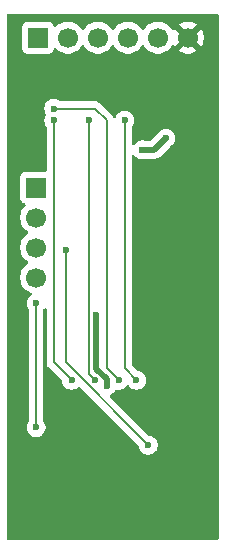
<source format=gbl>
%TF.GenerationSoftware,KiCad,Pcbnew,9.0.6*%
%TF.CreationDate,2025-11-09T12:48:56-08:00*%
%TF.ProjectId,storage_block,73746f72-6167-4655-9f62-6c6f636b2e6b,rev?*%
%TF.SameCoordinates,Original*%
%TF.FileFunction,Copper,L2,Bot*%
%TF.FilePolarity,Positive*%
%FSLAX46Y46*%
G04 Gerber Fmt 4.6, Leading zero omitted, Abs format (unit mm)*
G04 Created by KiCad (PCBNEW 9.0.6) date 2025-11-09 12:48:56*
%MOMM*%
%LPD*%
G01*
G04 APERTURE LIST*
%TA.AperFunction,ComponentPad*%
%ADD10R,1.700000X1.700000*%
%TD*%
%TA.AperFunction,ComponentPad*%
%ADD11C,1.700000*%
%TD*%
%TA.AperFunction,ViaPad*%
%ADD12C,0.600000*%
%TD*%
%TA.AperFunction,Conductor*%
%ADD13C,0.500000*%
%TD*%
%TA.AperFunction,Conductor*%
%ADD14C,0.200000*%
%TD*%
G04 APERTURE END LIST*
D10*
%TO.P,J3,1,Pin_1*%
%TO.N,/V3.3*%
X135000000Y-91690000D03*
D11*
%TO.P,J3,2,Pin_2*%
%TO.N,/DAT1*%
X135000000Y-94230000D03*
%TO.P,J3,3,Pin_3*%
%TO.N,/DAT2*%
X135000000Y-96770000D03*
%TO.P,J3,4,Pin_4*%
%TO.N,/COM*%
X135000000Y-99310000D03*
%TD*%
D10*
%TO.P,J2,1,Pin_1*%
%TO.N,/MOSI*%
X135150000Y-79000000D03*
D11*
%TO.P,J2,2,Pin_2*%
%TO.N,/MISO*%
X137690000Y-79000000D03*
%TO.P,J2,3,Pin_3*%
%TO.N,/SCK*%
X140230000Y-79000000D03*
%TO.P,J2,4,Pin_4*%
%TO.N,/CS*%
X142770000Y-79000000D03*
%TO.P,J2,5,Pin_5*%
%TO.N,/VCC*%
X145310000Y-79000000D03*
%TO.P,J2,6,Pin_6*%
%TO.N,GND*%
X147850000Y-79000000D03*
%TD*%
D12*
%TO.N,/V3.3*%
X141000000Y-108500000D03*
X140100000Y-102500000D03*
%TO.N,/COM*%
X135000000Y-101500000D03*
X135000000Y-112000000D03*
%TO.N,/DAT2*%
X137500000Y-97000000D03*
X144500000Y-113500000D03*
%TO.N,GND*%
X147000000Y-107500000D03*
X136500000Y-116500000D03*
X145000000Y-107500000D03*
X149500000Y-98000000D03*
X147500000Y-88500000D03*
X134000000Y-103000000D03*
X149500000Y-88000000D03*
X147000000Y-118000000D03*
X133500000Y-107000000D03*
X139000000Y-120000000D03*
%TO.N,/VCC*%
X146000000Y-87500000D03*
X144000000Y-88500000D03*
%TO.N,/MISO*%
X138000000Y-108000000D03*
X136500000Y-86000000D03*
%TO.N,/CS*%
X143500000Y-108000000D03*
X142500000Y-86000000D03*
%TO.N,/MOSI*%
X142000000Y-108000000D03*
X136500000Y-85000000D03*
%TO.N,/SCK*%
X139500000Y-86000000D03*
X140000000Y-108000000D03*
%TD*%
D13*
%TO.N,/V3.3*%
X141000000Y-107937925D02*
X141000000Y-108500000D01*
X140100000Y-102500000D02*
X140100000Y-107037925D01*
X140100000Y-107037925D02*
X141000000Y-107937925D01*
D14*
%TO.N,/COM*%
X135000000Y-101500000D02*
X135000000Y-112000000D01*
%TO.N,/DAT2*%
X137500000Y-97000000D02*
X137500000Y-106500000D01*
X137500000Y-106500000D02*
X144500000Y-113500000D01*
D13*
%TO.N,/VCC*%
X145000000Y-88500000D02*
X144000000Y-88500000D01*
X146000000Y-87500000D02*
X145000000Y-88500000D01*
D14*
%TO.N,/MISO*%
X136500000Y-86000000D02*
X136500000Y-106500000D01*
X136500000Y-106500000D02*
X138000000Y-108000000D01*
%TO.N,/CS*%
X142500000Y-107000000D02*
X143500000Y-108000000D01*
X142500000Y-86000000D02*
X142500000Y-107000000D01*
%TO.N,/MOSI*%
X141000000Y-107000000D02*
X142000000Y-108000000D01*
X141000000Y-86000000D02*
X141000000Y-107000000D01*
X136500000Y-85000000D02*
X140000000Y-85000000D01*
X140000000Y-85000000D02*
X141000000Y-86000000D01*
%TO.N,/SCK*%
X139500000Y-86000000D02*
X139500000Y-107500000D01*
X139500000Y-107500000D02*
X140000000Y-108000000D01*
%TD*%
%TA.AperFunction,Conductor*%
%TO.N,GND*%
G36*
X150442539Y-77020185D02*
G01*
X150488294Y-77072989D01*
X150499500Y-77124500D01*
X150499500Y-121375500D01*
X150479815Y-121442539D01*
X150427011Y-121488294D01*
X150375500Y-121499500D01*
X132624500Y-121499500D01*
X132557461Y-121479815D01*
X132511706Y-121427011D01*
X132500500Y-121375500D01*
X132500500Y-90792135D01*
X133649500Y-90792135D01*
X133649500Y-92587870D01*
X133649501Y-92587876D01*
X133655908Y-92647483D01*
X133706202Y-92782328D01*
X133706206Y-92782335D01*
X133792452Y-92897544D01*
X133792455Y-92897547D01*
X133907664Y-92983793D01*
X133907671Y-92983797D01*
X134039082Y-93032810D01*
X134095016Y-93074681D01*
X134119433Y-93140145D01*
X134104582Y-93208418D01*
X134083431Y-93236673D01*
X133969889Y-93350215D01*
X133844951Y-93522179D01*
X133748444Y-93711585D01*
X133682753Y-93913760D01*
X133649500Y-94123713D01*
X133649500Y-94336286D01*
X133682753Y-94546239D01*
X133748444Y-94748414D01*
X133844951Y-94937820D01*
X133969890Y-95109786D01*
X134120213Y-95260109D01*
X134292182Y-95385050D01*
X134300946Y-95389516D01*
X134351742Y-95437491D01*
X134368536Y-95505312D01*
X134345998Y-95571447D01*
X134300946Y-95610484D01*
X134292182Y-95614949D01*
X134120213Y-95739890D01*
X133969890Y-95890213D01*
X133844951Y-96062179D01*
X133748444Y-96251585D01*
X133682753Y-96453760D01*
X133649500Y-96663713D01*
X133649500Y-96876286D01*
X133681581Y-97078842D01*
X133682754Y-97086243D01*
X133730601Y-97233501D01*
X133748444Y-97288414D01*
X133844951Y-97477820D01*
X133969890Y-97649786D01*
X134120213Y-97800109D01*
X134292182Y-97925050D01*
X134300946Y-97929516D01*
X134351742Y-97977491D01*
X134368536Y-98045312D01*
X134345998Y-98111447D01*
X134300946Y-98150484D01*
X134292182Y-98154949D01*
X134120213Y-98279890D01*
X133969890Y-98430213D01*
X133844951Y-98602179D01*
X133748444Y-98791585D01*
X133682753Y-98993760D01*
X133649500Y-99203713D01*
X133649500Y-99416286D01*
X133682753Y-99626239D01*
X133748444Y-99828414D01*
X133844951Y-100017820D01*
X133969890Y-100189786D01*
X134120213Y-100340109D01*
X134292179Y-100465048D01*
X134292181Y-100465049D01*
X134292184Y-100465051D01*
X134481588Y-100561557D01*
X134562769Y-100587934D01*
X134620443Y-100627370D01*
X134647642Y-100691728D01*
X134635728Y-100760575D01*
X134593342Y-100808966D01*
X134489707Y-100878213D01*
X134378213Y-100989707D01*
X134378210Y-100989711D01*
X134290609Y-101120814D01*
X134290602Y-101120827D01*
X134230264Y-101266498D01*
X134230261Y-101266510D01*
X134199500Y-101421153D01*
X134199500Y-101578846D01*
X134230261Y-101733489D01*
X134230264Y-101733501D01*
X134290602Y-101879172D01*
X134290609Y-101879185D01*
X134378602Y-102010874D01*
X134399480Y-102077551D01*
X134399500Y-102079765D01*
X134399500Y-111420234D01*
X134379815Y-111487273D01*
X134378602Y-111489125D01*
X134290609Y-111620814D01*
X134290602Y-111620827D01*
X134230264Y-111766498D01*
X134230261Y-111766510D01*
X134199500Y-111921153D01*
X134199500Y-112078846D01*
X134230261Y-112233489D01*
X134230264Y-112233501D01*
X134290602Y-112379172D01*
X134290609Y-112379185D01*
X134378210Y-112510288D01*
X134378213Y-112510292D01*
X134489707Y-112621786D01*
X134489711Y-112621789D01*
X134620814Y-112709390D01*
X134620827Y-112709397D01*
X134766498Y-112769735D01*
X134766503Y-112769737D01*
X134921153Y-112800499D01*
X134921156Y-112800500D01*
X134921158Y-112800500D01*
X135078844Y-112800500D01*
X135078845Y-112800499D01*
X135233497Y-112769737D01*
X135379179Y-112709394D01*
X135510289Y-112621789D01*
X135621789Y-112510289D01*
X135709394Y-112379179D01*
X135769737Y-112233497D01*
X135800500Y-112078842D01*
X135800500Y-111921158D01*
X135800500Y-111921155D01*
X135800499Y-111921153D01*
X135769738Y-111766510D01*
X135769737Y-111766503D01*
X135769735Y-111766498D01*
X135709397Y-111620827D01*
X135709390Y-111620814D01*
X135621398Y-111489125D01*
X135600520Y-111422447D01*
X135600500Y-111420234D01*
X135600500Y-102079765D01*
X135605828Y-102061619D01*
X135606166Y-102042711D01*
X135619665Y-102014495D01*
X135620185Y-102012726D01*
X135621398Y-102010874D01*
X135672398Y-101934548D01*
X135726011Y-101889743D01*
X135795336Y-101881036D01*
X135858363Y-101911191D01*
X135895082Y-101970634D01*
X135899500Y-102003439D01*
X135899500Y-106413330D01*
X135899499Y-106413348D01*
X135899499Y-106579054D01*
X135899498Y-106579054D01*
X135940424Y-106731789D01*
X135940425Y-106731790D01*
X135961455Y-106768214D01*
X135961456Y-106768216D01*
X136019475Y-106868709D01*
X136019481Y-106868717D01*
X136138349Y-106987585D01*
X136138355Y-106987590D01*
X137165425Y-108014660D01*
X137198910Y-108075983D01*
X137199361Y-108078149D01*
X137230261Y-108233491D01*
X137230264Y-108233501D01*
X137290602Y-108379172D01*
X137290609Y-108379185D01*
X137378210Y-108510288D01*
X137378213Y-108510292D01*
X137489707Y-108621786D01*
X137489711Y-108621789D01*
X137620814Y-108709390D01*
X137620827Y-108709397D01*
X137756450Y-108765573D01*
X137766503Y-108769737D01*
X137921153Y-108800499D01*
X137921156Y-108800500D01*
X137921158Y-108800500D01*
X138078844Y-108800500D01*
X138078845Y-108800499D01*
X138233497Y-108769737D01*
X138379179Y-108709394D01*
X138510289Y-108621789D01*
X138553740Y-108578337D01*
X138615060Y-108544852D01*
X138684752Y-108549835D01*
X138729102Y-108578337D01*
X143665425Y-113514660D01*
X143698910Y-113575983D01*
X143699361Y-113578149D01*
X143730261Y-113733491D01*
X143730264Y-113733501D01*
X143790602Y-113879172D01*
X143790609Y-113879185D01*
X143878210Y-114010288D01*
X143878213Y-114010292D01*
X143989707Y-114121786D01*
X143989711Y-114121789D01*
X144120814Y-114209390D01*
X144120827Y-114209397D01*
X144266498Y-114269735D01*
X144266503Y-114269737D01*
X144421153Y-114300499D01*
X144421156Y-114300500D01*
X144421158Y-114300500D01*
X144578844Y-114300500D01*
X144578845Y-114300499D01*
X144733497Y-114269737D01*
X144879179Y-114209394D01*
X145010289Y-114121789D01*
X145121789Y-114010289D01*
X145209394Y-113879179D01*
X145269737Y-113733497D01*
X145300500Y-113578842D01*
X145300500Y-113421158D01*
X145300500Y-113421155D01*
X145300499Y-113421153D01*
X145269738Y-113266510D01*
X145269737Y-113266503D01*
X145269735Y-113266498D01*
X145209397Y-113120827D01*
X145209390Y-113120814D01*
X145121789Y-112989711D01*
X145121786Y-112989707D01*
X145010292Y-112878213D01*
X145010288Y-112878210D01*
X144879185Y-112790609D01*
X144879172Y-112790602D01*
X144733501Y-112730264D01*
X144733491Y-112730261D01*
X144578149Y-112699361D01*
X144516238Y-112666976D01*
X144514660Y-112665425D01*
X141283740Y-109434505D01*
X141250255Y-109373182D01*
X141255239Y-109303490D01*
X141297111Y-109247557D01*
X141323969Y-109232263D01*
X141379172Y-109209397D01*
X141379172Y-109209396D01*
X141379179Y-109209394D01*
X141510289Y-109121789D01*
X141621789Y-109010289D01*
X141709394Y-108879179D01*
X141716677Y-108861593D01*
X141760514Y-108807190D01*
X141826807Y-108785122D01*
X141855431Y-108787426D01*
X141921155Y-108800500D01*
X141921158Y-108800500D01*
X142078844Y-108800500D01*
X142078845Y-108800499D01*
X142233497Y-108769737D01*
X142379179Y-108709394D01*
X142510289Y-108621789D01*
X142621789Y-108510289D01*
X142637517Y-108486751D01*
X142646898Y-108472712D01*
X142700510Y-108427906D01*
X142769835Y-108419199D01*
X142832862Y-108449353D01*
X142853102Y-108472712D01*
X142878207Y-108510284D01*
X142878213Y-108510292D01*
X142989707Y-108621786D01*
X142989711Y-108621789D01*
X143120814Y-108709390D01*
X143120827Y-108709397D01*
X143256450Y-108765573D01*
X143266503Y-108769737D01*
X143421153Y-108800499D01*
X143421156Y-108800500D01*
X143421158Y-108800500D01*
X143578844Y-108800500D01*
X143578845Y-108800499D01*
X143733497Y-108769737D01*
X143879179Y-108709394D01*
X144010289Y-108621789D01*
X144121789Y-108510289D01*
X144209394Y-108379179D01*
X144269737Y-108233497D01*
X144300500Y-108078842D01*
X144300500Y-107921158D01*
X144300500Y-107921155D01*
X144300499Y-107921153D01*
X144269738Y-107766510D01*
X144269737Y-107766503D01*
X144269735Y-107766498D01*
X144209397Y-107620827D01*
X144209390Y-107620814D01*
X144121789Y-107489711D01*
X144121786Y-107489707D01*
X144010292Y-107378213D01*
X144010288Y-107378210D01*
X143879185Y-107290609D01*
X143879172Y-107290602D01*
X143733501Y-107230264D01*
X143733491Y-107230261D01*
X143578151Y-107199362D01*
X143516241Y-107166977D01*
X143514662Y-107165426D01*
X143136819Y-106787583D01*
X143103334Y-106726260D01*
X143100500Y-106699902D01*
X143100500Y-89003439D01*
X143120185Y-88936400D01*
X143172989Y-88890645D01*
X143242147Y-88880701D01*
X143305703Y-88909726D01*
X143327602Y-88934548D01*
X143378210Y-89010288D01*
X143378213Y-89010292D01*
X143489707Y-89121786D01*
X143489711Y-89121789D01*
X143620814Y-89209390D01*
X143620827Y-89209397D01*
X143720060Y-89250500D01*
X143766503Y-89269737D01*
X143921153Y-89300499D01*
X143921156Y-89300500D01*
X143921158Y-89300500D01*
X144078844Y-89300500D01*
X144078845Y-89300499D01*
X144155152Y-89285320D01*
X144233488Y-89269739D01*
X144233489Y-89269738D01*
X144233497Y-89269737D01*
X144257155Y-89259937D01*
X144304604Y-89250500D01*
X145073920Y-89250500D01*
X145171462Y-89231096D01*
X145218913Y-89221658D01*
X145355495Y-89165084D01*
X145420291Y-89121789D01*
X145420294Y-89121786D01*
X145420296Y-89121786D01*
X145449547Y-89102240D01*
X145478416Y-89082952D01*
X146315297Y-88246069D01*
X146355522Y-88219192D01*
X146379179Y-88209394D01*
X146510289Y-88121789D01*
X146621789Y-88010289D01*
X146709394Y-87879179D01*
X146769737Y-87733497D01*
X146800500Y-87578842D01*
X146800500Y-87421158D01*
X146800500Y-87421155D01*
X146800499Y-87421153D01*
X146769738Y-87266510D01*
X146769737Y-87266503D01*
X146719194Y-87144480D01*
X146709397Y-87120827D01*
X146709390Y-87120814D01*
X146621789Y-86989711D01*
X146621786Y-86989707D01*
X146510292Y-86878213D01*
X146510288Y-86878210D01*
X146379185Y-86790609D01*
X146379172Y-86790602D01*
X146233501Y-86730264D01*
X146233489Y-86730261D01*
X146078845Y-86699500D01*
X146078842Y-86699500D01*
X145921158Y-86699500D01*
X145921155Y-86699500D01*
X145766510Y-86730261D01*
X145766498Y-86730264D01*
X145620827Y-86790602D01*
X145620814Y-86790609D01*
X145489711Y-86878210D01*
X145489707Y-86878213D01*
X145378213Y-86989707D01*
X145378207Y-86989715D01*
X145290607Y-87120818D01*
X145290606Y-87120819D01*
X145280805Y-87144480D01*
X145253927Y-87184703D01*
X144725451Y-87713181D01*
X144664128Y-87746666D01*
X144637770Y-87749500D01*
X144304604Y-87749500D01*
X144257155Y-87740062D01*
X144233497Y-87730263D01*
X144233493Y-87730262D01*
X144233488Y-87730260D01*
X144078845Y-87699500D01*
X144078842Y-87699500D01*
X143921158Y-87699500D01*
X143921155Y-87699500D01*
X143766510Y-87730261D01*
X143766498Y-87730264D01*
X143620827Y-87790602D01*
X143620814Y-87790609D01*
X143489711Y-87878210D01*
X143489707Y-87878213D01*
X143378213Y-87989707D01*
X143378210Y-87989711D01*
X143327602Y-88065451D01*
X143273989Y-88110256D01*
X143204664Y-88118963D01*
X143141637Y-88088808D01*
X143104918Y-88029365D01*
X143100500Y-87996560D01*
X143100500Y-86579765D01*
X143120185Y-86512726D01*
X143121398Y-86510874D01*
X143148075Y-86470950D01*
X143209394Y-86379179D01*
X143269737Y-86233497D01*
X143300500Y-86078842D01*
X143300500Y-85921158D01*
X143300500Y-85921155D01*
X143300499Y-85921153D01*
X143273177Y-85783799D01*
X143269737Y-85766503D01*
X143266978Y-85759841D01*
X143209397Y-85620827D01*
X143209390Y-85620814D01*
X143121789Y-85489711D01*
X143121786Y-85489707D01*
X143010292Y-85378213D01*
X143010288Y-85378210D01*
X142879185Y-85290609D01*
X142879172Y-85290602D01*
X142733501Y-85230264D01*
X142733489Y-85230261D01*
X142578845Y-85199500D01*
X142578842Y-85199500D01*
X142421158Y-85199500D01*
X142421155Y-85199500D01*
X142266510Y-85230261D01*
X142266498Y-85230264D01*
X142120827Y-85290602D01*
X142120814Y-85290609D01*
X141989711Y-85378210D01*
X141989707Y-85378213D01*
X141878213Y-85489707D01*
X141878210Y-85489711D01*
X141790609Y-85620814D01*
X141790604Y-85620824D01*
X141754772Y-85707331D01*
X141710931Y-85761734D01*
X141644637Y-85783799D01*
X141576937Y-85766520D01*
X141532823Y-85721877D01*
X141524425Y-85707331D01*
X141480520Y-85631284D01*
X140487589Y-84638354D01*
X140487588Y-84638352D01*
X140368717Y-84519481D01*
X140368716Y-84519480D01*
X140281904Y-84469360D01*
X140281904Y-84469359D01*
X140281900Y-84469358D01*
X140231785Y-84440423D01*
X140079057Y-84399499D01*
X139920943Y-84399499D01*
X139913347Y-84399499D01*
X139913331Y-84399500D01*
X137079766Y-84399500D01*
X137012727Y-84379815D01*
X137010875Y-84378602D01*
X136879185Y-84290609D01*
X136879172Y-84290602D01*
X136733501Y-84230264D01*
X136733489Y-84230261D01*
X136578845Y-84199500D01*
X136578842Y-84199500D01*
X136421158Y-84199500D01*
X136421155Y-84199500D01*
X136266510Y-84230261D01*
X136266498Y-84230264D01*
X136120827Y-84290602D01*
X136120814Y-84290609D01*
X135989711Y-84378210D01*
X135989707Y-84378213D01*
X135878213Y-84489707D01*
X135878210Y-84489711D01*
X135790609Y-84620814D01*
X135790602Y-84620827D01*
X135730264Y-84766498D01*
X135730261Y-84766510D01*
X135699500Y-84921153D01*
X135699500Y-85078846D01*
X135730261Y-85233489D01*
X135730264Y-85233501D01*
X135790602Y-85379172D01*
X135790609Y-85379185D01*
X135825304Y-85431109D01*
X135846182Y-85497786D01*
X135827698Y-85565167D01*
X135825304Y-85568891D01*
X135790609Y-85620814D01*
X135790602Y-85620827D01*
X135730264Y-85766498D01*
X135730261Y-85766510D01*
X135699500Y-85921153D01*
X135699500Y-86078846D01*
X135730261Y-86233489D01*
X135730264Y-86233501D01*
X135790602Y-86379172D01*
X135790609Y-86379185D01*
X135878602Y-86510874D01*
X135899480Y-86577551D01*
X135899500Y-86579765D01*
X135899500Y-90215500D01*
X135879815Y-90282539D01*
X135827011Y-90328294D01*
X135775500Y-90339500D01*
X134102129Y-90339500D01*
X134102123Y-90339501D01*
X134042516Y-90345908D01*
X133907671Y-90396202D01*
X133907664Y-90396206D01*
X133792455Y-90482452D01*
X133792452Y-90482455D01*
X133706206Y-90597664D01*
X133706202Y-90597671D01*
X133655908Y-90732517D01*
X133649501Y-90792116D01*
X133649500Y-90792135D01*
X132500500Y-90792135D01*
X132500500Y-78102135D01*
X133799500Y-78102135D01*
X133799500Y-79897870D01*
X133799501Y-79897876D01*
X133805908Y-79957483D01*
X133856202Y-80092328D01*
X133856206Y-80092335D01*
X133942452Y-80207544D01*
X133942455Y-80207547D01*
X134057664Y-80293793D01*
X134057671Y-80293797D01*
X134192517Y-80344091D01*
X134192516Y-80344091D01*
X134199444Y-80344835D01*
X134252127Y-80350500D01*
X136047872Y-80350499D01*
X136107483Y-80344091D01*
X136242331Y-80293796D01*
X136357546Y-80207546D01*
X136443796Y-80092331D01*
X136492810Y-79960916D01*
X136534681Y-79904984D01*
X136600145Y-79880566D01*
X136668418Y-79895417D01*
X136696673Y-79916569D01*
X136810213Y-80030109D01*
X136982179Y-80155048D01*
X136982181Y-80155049D01*
X136982184Y-80155051D01*
X137171588Y-80251557D01*
X137373757Y-80317246D01*
X137583713Y-80350500D01*
X137583714Y-80350500D01*
X137796286Y-80350500D01*
X137796287Y-80350500D01*
X138006243Y-80317246D01*
X138208412Y-80251557D01*
X138397816Y-80155051D01*
X138484138Y-80092335D01*
X138569786Y-80030109D01*
X138569788Y-80030106D01*
X138569792Y-80030104D01*
X138720104Y-79879792D01*
X138720106Y-79879788D01*
X138720109Y-79879786D01*
X138845048Y-79707820D01*
X138845047Y-79707820D01*
X138845051Y-79707816D01*
X138849514Y-79699054D01*
X138897488Y-79648259D01*
X138965308Y-79631463D01*
X139031444Y-79653999D01*
X139070486Y-79699056D01*
X139074951Y-79707820D01*
X139199890Y-79879786D01*
X139350213Y-80030109D01*
X139522179Y-80155048D01*
X139522181Y-80155049D01*
X139522184Y-80155051D01*
X139711588Y-80251557D01*
X139913757Y-80317246D01*
X140123713Y-80350500D01*
X140123714Y-80350500D01*
X140336286Y-80350500D01*
X140336287Y-80350500D01*
X140546243Y-80317246D01*
X140748412Y-80251557D01*
X140937816Y-80155051D01*
X141024138Y-80092335D01*
X141109786Y-80030109D01*
X141109788Y-80030106D01*
X141109792Y-80030104D01*
X141260104Y-79879792D01*
X141260106Y-79879788D01*
X141260109Y-79879786D01*
X141385048Y-79707820D01*
X141385047Y-79707820D01*
X141385051Y-79707816D01*
X141389514Y-79699054D01*
X141437488Y-79648259D01*
X141505308Y-79631463D01*
X141571444Y-79653999D01*
X141610486Y-79699056D01*
X141614951Y-79707820D01*
X141739890Y-79879786D01*
X141890213Y-80030109D01*
X142062179Y-80155048D01*
X142062181Y-80155049D01*
X142062184Y-80155051D01*
X142251588Y-80251557D01*
X142453757Y-80317246D01*
X142663713Y-80350500D01*
X142663714Y-80350500D01*
X142876286Y-80350500D01*
X142876287Y-80350500D01*
X143086243Y-80317246D01*
X143288412Y-80251557D01*
X143477816Y-80155051D01*
X143564138Y-80092335D01*
X143649786Y-80030109D01*
X143649788Y-80030106D01*
X143649792Y-80030104D01*
X143800104Y-79879792D01*
X143800106Y-79879788D01*
X143800109Y-79879786D01*
X143925048Y-79707820D01*
X143925047Y-79707820D01*
X143925051Y-79707816D01*
X143929514Y-79699054D01*
X143977488Y-79648259D01*
X144045308Y-79631463D01*
X144111444Y-79653999D01*
X144150486Y-79699056D01*
X144154951Y-79707820D01*
X144279890Y-79879786D01*
X144430213Y-80030109D01*
X144602179Y-80155048D01*
X144602181Y-80155049D01*
X144602184Y-80155051D01*
X144791588Y-80251557D01*
X144993757Y-80317246D01*
X145203713Y-80350500D01*
X145203714Y-80350500D01*
X145416286Y-80350500D01*
X145416287Y-80350500D01*
X145626243Y-80317246D01*
X145828412Y-80251557D01*
X146017816Y-80155051D01*
X146104138Y-80092335D01*
X146189786Y-80030109D01*
X146189788Y-80030106D01*
X146189792Y-80030104D01*
X146340104Y-79879792D01*
X146340106Y-79879788D01*
X146340109Y-79879786D01*
X146425890Y-79761717D01*
X146465051Y-79707816D01*
X146469793Y-79698508D01*
X146517763Y-79647711D01*
X146585583Y-79630911D01*
X146651719Y-79653445D01*
X146690763Y-79698500D01*
X146695373Y-79707547D01*
X146734728Y-79761716D01*
X147367037Y-79129408D01*
X147384075Y-79192993D01*
X147449901Y-79307007D01*
X147542993Y-79400099D01*
X147657007Y-79465925D01*
X147720590Y-79482962D01*
X147088282Y-80115269D01*
X147088282Y-80115270D01*
X147142449Y-80154624D01*
X147331782Y-80251095D01*
X147533870Y-80316757D01*
X147743754Y-80350000D01*
X147956246Y-80350000D01*
X148166127Y-80316757D01*
X148166130Y-80316757D01*
X148368217Y-80251095D01*
X148557554Y-80154622D01*
X148611716Y-80115270D01*
X148611717Y-80115270D01*
X147979408Y-79482962D01*
X148042993Y-79465925D01*
X148157007Y-79400099D01*
X148250099Y-79307007D01*
X148315925Y-79192993D01*
X148332962Y-79129409D01*
X148965270Y-79761717D01*
X148965270Y-79761716D01*
X149004622Y-79707554D01*
X149101095Y-79518217D01*
X149166757Y-79316130D01*
X149166757Y-79316127D01*
X149200000Y-79106246D01*
X149200000Y-78893753D01*
X149166757Y-78683872D01*
X149166757Y-78683869D01*
X149101095Y-78481782D01*
X149004624Y-78292449D01*
X148965270Y-78238282D01*
X148965269Y-78238282D01*
X148332962Y-78870590D01*
X148315925Y-78807007D01*
X148250099Y-78692993D01*
X148157007Y-78599901D01*
X148042993Y-78534075D01*
X147979409Y-78517037D01*
X148611716Y-77884728D01*
X148557550Y-77845375D01*
X148368217Y-77748904D01*
X148166129Y-77683242D01*
X147956246Y-77650000D01*
X147743754Y-77650000D01*
X147533872Y-77683242D01*
X147533869Y-77683242D01*
X147331782Y-77748904D01*
X147142439Y-77845380D01*
X147088282Y-77884727D01*
X147088282Y-77884728D01*
X147720591Y-78517037D01*
X147657007Y-78534075D01*
X147542993Y-78599901D01*
X147449901Y-78692993D01*
X147384075Y-78807007D01*
X147367037Y-78870591D01*
X146734728Y-78238282D01*
X146734727Y-78238282D01*
X146695380Y-78292440D01*
X146695376Y-78292446D01*
X146690760Y-78301505D01*
X146642781Y-78352297D01*
X146574959Y-78369087D01*
X146508826Y-78346543D01*
X146469794Y-78301493D01*
X146465051Y-78292184D01*
X146465049Y-78292181D01*
X146465048Y-78292179D01*
X146340109Y-78120213D01*
X146189786Y-77969890D01*
X146017820Y-77844951D01*
X145828414Y-77748444D01*
X145828413Y-77748443D01*
X145828412Y-77748443D01*
X145626243Y-77682754D01*
X145626241Y-77682753D01*
X145626240Y-77682753D01*
X145464957Y-77657208D01*
X145416287Y-77649500D01*
X145203713Y-77649500D01*
X145155042Y-77657208D01*
X144993760Y-77682753D01*
X144791585Y-77748444D01*
X144602179Y-77844951D01*
X144430213Y-77969890D01*
X144279890Y-78120213D01*
X144154949Y-78292182D01*
X144150484Y-78300946D01*
X144102509Y-78351742D01*
X144034688Y-78368536D01*
X143968553Y-78345998D01*
X143929516Y-78300946D01*
X143925050Y-78292182D01*
X143800109Y-78120213D01*
X143649786Y-77969890D01*
X143477820Y-77844951D01*
X143288414Y-77748444D01*
X143288413Y-77748443D01*
X143288412Y-77748443D01*
X143086243Y-77682754D01*
X143086241Y-77682753D01*
X143086240Y-77682753D01*
X142924957Y-77657208D01*
X142876287Y-77649500D01*
X142663713Y-77649500D01*
X142615042Y-77657208D01*
X142453760Y-77682753D01*
X142251585Y-77748444D01*
X142062179Y-77844951D01*
X141890213Y-77969890D01*
X141739890Y-78120213D01*
X141614949Y-78292182D01*
X141610484Y-78300946D01*
X141562509Y-78351742D01*
X141494688Y-78368536D01*
X141428553Y-78345998D01*
X141389516Y-78300946D01*
X141385050Y-78292182D01*
X141260109Y-78120213D01*
X141109786Y-77969890D01*
X140937820Y-77844951D01*
X140748414Y-77748444D01*
X140748413Y-77748443D01*
X140748412Y-77748443D01*
X140546243Y-77682754D01*
X140546241Y-77682753D01*
X140546240Y-77682753D01*
X140384957Y-77657208D01*
X140336287Y-77649500D01*
X140123713Y-77649500D01*
X140075042Y-77657208D01*
X139913760Y-77682753D01*
X139711585Y-77748444D01*
X139522179Y-77844951D01*
X139350213Y-77969890D01*
X139199890Y-78120213D01*
X139074949Y-78292182D01*
X139070484Y-78300946D01*
X139022509Y-78351742D01*
X138954688Y-78368536D01*
X138888553Y-78345998D01*
X138849516Y-78300946D01*
X138845050Y-78292182D01*
X138720109Y-78120213D01*
X138569786Y-77969890D01*
X138397820Y-77844951D01*
X138208414Y-77748444D01*
X138208413Y-77748443D01*
X138208412Y-77748443D01*
X138006243Y-77682754D01*
X138006241Y-77682753D01*
X138006240Y-77682753D01*
X137844957Y-77657208D01*
X137796287Y-77649500D01*
X137583713Y-77649500D01*
X137535042Y-77657208D01*
X137373760Y-77682753D01*
X137171585Y-77748444D01*
X136982179Y-77844951D01*
X136810215Y-77969889D01*
X136696673Y-78083431D01*
X136635350Y-78116915D01*
X136565658Y-78111931D01*
X136509725Y-78070059D01*
X136492810Y-78039082D01*
X136443797Y-77907671D01*
X136443793Y-77907664D01*
X136357547Y-77792455D01*
X136357544Y-77792452D01*
X136242335Y-77706206D01*
X136242328Y-77706202D01*
X136107482Y-77655908D01*
X136107483Y-77655908D01*
X136047883Y-77649501D01*
X136047881Y-77649500D01*
X136047873Y-77649500D01*
X136047864Y-77649500D01*
X134252129Y-77649500D01*
X134252123Y-77649501D01*
X134192516Y-77655908D01*
X134057671Y-77706202D01*
X134057664Y-77706206D01*
X133942455Y-77792452D01*
X133942452Y-77792455D01*
X133856206Y-77907664D01*
X133856202Y-77907671D01*
X133805908Y-78042517D01*
X133799501Y-78102116D01*
X133799500Y-78102135D01*
X132500500Y-78102135D01*
X132500500Y-77124500D01*
X132520185Y-77057461D01*
X132572989Y-77011706D01*
X132624500Y-77000500D01*
X150375500Y-77000500D01*
X150442539Y-77020185D01*
G37*
%TD.AperFunction*%
%TD*%
M02*

</source>
